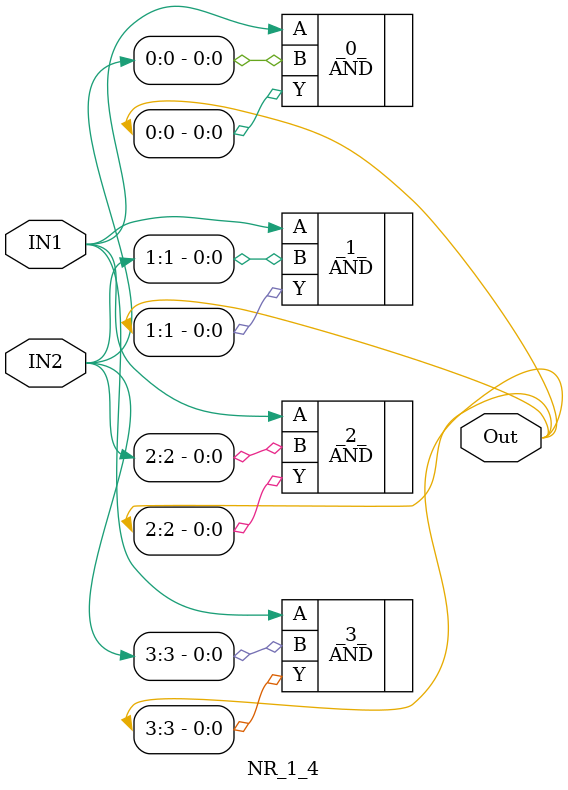
<source format=v>
/* Generated by Yosys 0.45+139 (git sha1 8e1e2b9a3, g++ 12.2.0-14 -fPIC -O3) */

module NR_1_4(IN1, IN2, Out);
  input IN1;
  wire IN1;
  input [3:0] IN2;
  wire [3:0] IN2;
  output [3:0] Out;
  wire [3:0] Out;
  AND _0_ (
    .A(IN1),
    .B(IN2[0]),
    .Y(Out[0])
  );
  AND _1_ (
    .A(IN1),
    .B(IN2[1]),
    .Y(Out[1])
  );
  AND _2_ (
    .A(IN1),
    .B(IN2[2]),
    .Y(Out[2])
  );
  AND _3_ (
    .A(IN1),
    .B(IN2[3]),
    .Y(Out[3])
  );
endmodule

</source>
